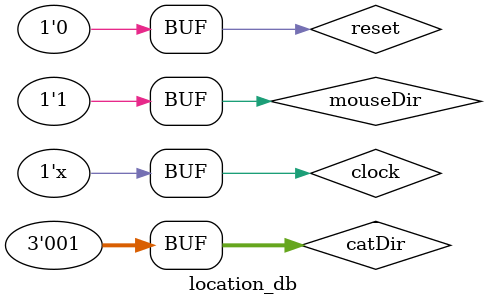
<source format=v>
`timescale 1ns / 1ps


module location_db;

	// Inputs

	reg [2:0] catDir;
	reg clock;
	reg reset;

	// Outputs
	wire [3:0] CatX;
	wire [3:0] CatY;
	wire [3:0] MouseX;
	wire [3:0] MouseY;
	wire [3:0] GoalX;
	wire [3:0] GoalY;
	wire GameOver;
	wire [13:0] Score;

	// Instantiate the Unit Under Test (UUT)
	Location uut (
		.mouseDir(mouseDir), 
		.catDir(catDir), 
		.clock(clock), 
		.reset(reset), 
		.CatX(CatX), 
		.CatY(CatY), 
		.MouseX(MouseX), 
		.MouseY(MouseY), 
		.GoalX(GoalX), 
		.GoalY(GoalY), 
		.Goal2X(Goal2X), 
		.Goal2Y(Goal2Y), 
		.GameOver(GameOver), 
		.Score(Score)
	);

	initial begin
		// Initialize Inputs
		mouseDir = 0;
		catDir = 0;
		clock = 0;
		reset = 0;

		// Wait 100 ns for global reset to finish
		#100;
		reset = 1;
		#100
		reset = 0;
		mouseDir = 1;
		catDir = 1;
		
      
		
		// Add stimulus here

	end
      
always #5 clock = ~clock;
endmodule


</source>
